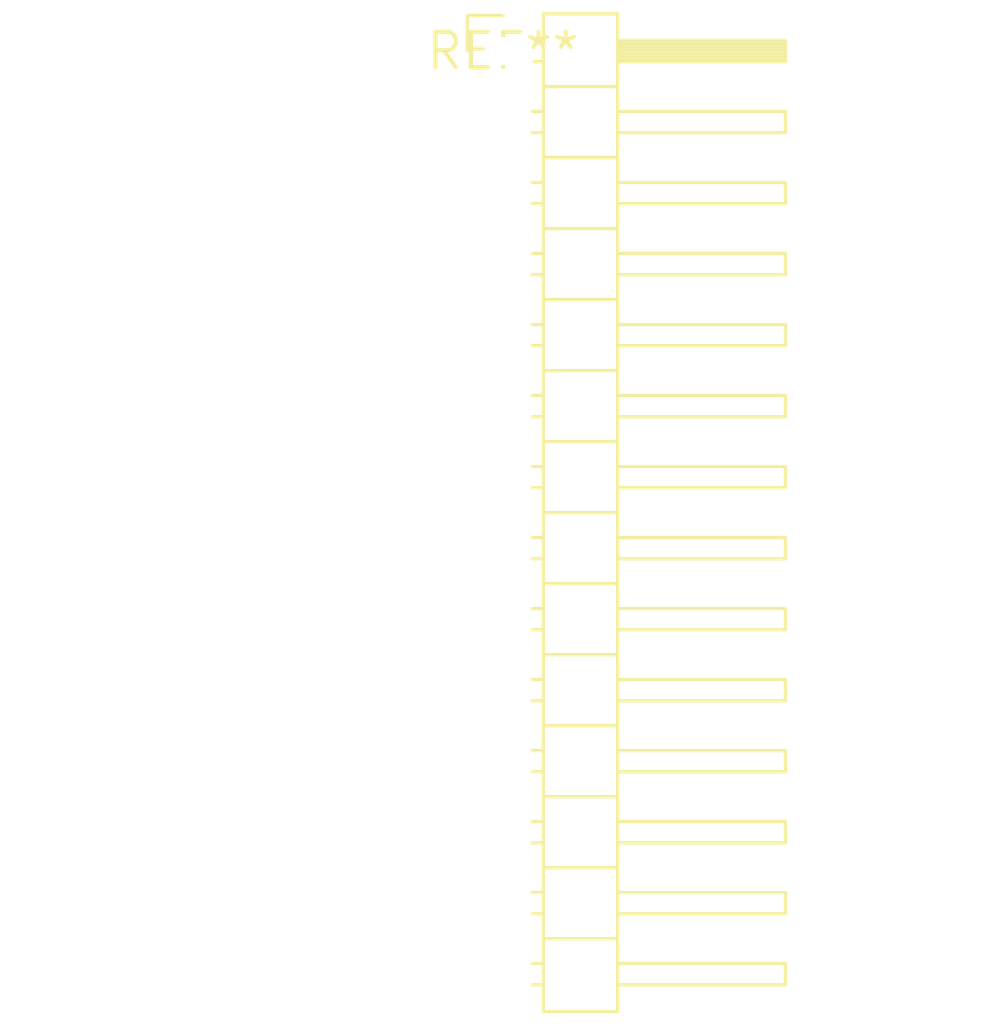
<source format=kicad_pcb>
(kicad_pcb (version 20240108) (generator pcbnew)
  (layers (0 "F.Cu" signal) (31 "B.Cu" signal) (34 "B.Paste" user) (35 "F.Paste" user) (36 "B.SilkS" user "B.Silkscreen") (37 "F.SilkS" user "F.Silkscreen") (38 "B.Mask" user) (39 "F.Mask" user) (44 "Edge.Cuts" user))
  (net 0 "")
  (footprint "PinHeader_1x14_P2.54mm_Horizontal" (layer "F.Cu") (at 0 0)
    (property "Reference" "REF**")
    (property "Value" "PinHeader_1x14_P2.54mm_Horizontal")
    (fp_line (start -1.27 -1.27) (end 0 -1.27) (layer "F.SilkS") (stroke (width 0.12)))
    (fp_line (start -1.27 0) (end -1.27 -1.27) (layer "F.SilkS") (stroke (width 0.12)))
    (fp_line (start 1.042929 2.16) (end 1.44 2.16) (layer "F.SilkS") (stroke (width 0.12)))
    (fp_line (start 1.042929 2.92) (end 1.44 2.92) (layer "F.SilkS") (stroke (width 0.12)))
    (fp_line (start 1.042929 4.7) (end 1.44 4.7) (layer "F.SilkS") (stroke (width 0.12)))
    (fp_line (start 1.042929 5.46) (end 1.44 5.46) (layer "F.SilkS") (stroke (width 0.12)))
    (fp_line (start 1.042929 7.24) (end 1.44 7.24) (layer "F.SilkS") (stroke (width 0.12)))
    (fp_line (start 1.042929 8) (end 1.44 8) (layer "F.SilkS") (stroke (width 0.12)))
    (fp_line (start 1.042929 9.78) (end 1.44 9.78) (layer "F.SilkS") (stroke (width 0.12)))
    (fp_line (start 1.042929 10.54) (end 1.44 10.54) (layer "F.SilkS") (stroke (width 0.12)))
    (fp_line (start 1.042929 12.32) (end 1.44 12.32) (layer "F.SilkS") (stroke (width 0.12)))
    (fp_line (start 1.042929 13.08) (end 1.44 13.08) (layer "F.SilkS") (stroke (width 0.12)))
    (fp_line (start 1.042929 14.86) (end 1.44 14.86) (layer "F.SilkS") (stroke (width 0.12)))
    (fp_line (start 1.042929 15.62) (end 1.44 15.62) (layer "F.SilkS") (stroke (width 0.12)))
    (fp_line (start 1.042929 17.4) (end 1.44 17.4) (layer "F.SilkS") (stroke (width 0.12)))
    (fp_line (start 1.042929 18.16) (end 1.44 18.16) (layer "F.SilkS") (stroke (width 0.12)))
    (fp_line (start 1.042929 19.94) (end 1.44 19.94) (layer "F.SilkS") (stroke (width 0.12)))
    (fp_line (start 1.042929 20.7) (end 1.44 20.7) (layer "F.SilkS") (stroke (width 0.12)))
    (fp_line (start 1.042929 22.48) (end 1.44 22.48) (layer "F.SilkS") (stroke (width 0.12)))
    (fp_line (start 1.042929 23.24) (end 1.44 23.24) (layer "F.SilkS") (stroke (width 0.12)))
    (fp_line (start 1.042929 25.02) (end 1.44 25.02) (layer "F.SilkS") (stroke (width 0.12)))
    (fp_line (start 1.042929 25.78) (end 1.44 25.78) (layer "F.SilkS") (stroke (width 0.12)))
    (fp_line (start 1.042929 27.56) (end 1.44 27.56) (layer "F.SilkS") (stroke (width 0.12)))
    (fp_line (start 1.042929 28.32) (end 1.44 28.32) (layer "F.SilkS") (stroke (width 0.12)))
    (fp_line (start 1.042929 30.1) (end 1.44 30.1) (layer "F.SilkS") (stroke (width 0.12)))
    (fp_line (start 1.042929 30.86) (end 1.44 30.86) (layer "F.SilkS") (stroke (width 0.12)))
    (fp_line (start 1.042929 32.64) (end 1.44 32.64) (layer "F.SilkS") (stroke (width 0.12)))
    (fp_line (start 1.042929 33.4) (end 1.44 33.4) (layer "F.SilkS") (stroke (width 0.12)))
    (fp_line (start 1.11 -0.38) (end 1.44 -0.38) (layer "F.SilkS") (stroke (width 0.12)))
    (fp_line (start 1.11 0.38) (end 1.44 0.38) (layer "F.SilkS") (stroke (width 0.12)))
    (fp_line (start 1.44 -1.33) (end 1.44 34.35) (layer "F.SilkS") (stroke (width 0.12)))
    (fp_line (start 1.44 1.27) (end 4.1 1.27) (layer "F.SilkS") (stroke (width 0.12)))
    (fp_line (start 1.44 3.81) (end 4.1 3.81) (layer "F.SilkS") (stroke (width 0.12)))
    (fp_line (start 1.44 6.35) (end 4.1 6.35) (layer "F.SilkS") (stroke (width 0.12)))
    (fp_line (start 1.44 8.89) (end 4.1 8.89) (layer "F.SilkS") (stroke (width 0.12)))
    (fp_line (start 1.44 11.43) (end 4.1 11.43) (layer "F.SilkS") (stroke (width 0.12)))
    (fp_line (start 1.44 13.97) (end 4.1 13.97) (layer "F.SilkS") (stroke (width 0.12)))
    (fp_line (start 1.44 16.51) (end 4.1 16.51) (layer "F.SilkS") (stroke (width 0.12)))
    (fp_line (start 1.44 19.05) (end 4.1 19.05) (layer "F.SilkS") (stroke (width 0.12)))
    (fp_line (start 1.44 21.59) (end 4.1 21.59) (layer "F.SilkS") (stroke (width 0.12)))
    (fp_line (start 1.44 24.13) (end 4.1 24.13) (layer "F.SilkS") (stroke (width 0.12)))
    (fp_line (start 1.44 26.67) (end 4.1 26.67) (layer "F.SilkS") (stroke (width 0.12)))
    (fp_line (start 1.44 29.21) (end 4.1 29.21) (layer "F.SilkS") (stroke (width 0.12)))
    (fp_line (start 1.44 31.75) (end 4.1 31.75) (layer "F.SilkS") (stroke (width 0.12)))
    (fp_line (start 1.44 34.35) (end 4.1 34.35) (layer "F.SilkS") (stroke (width 0.12)))
    (fp_line (start 4.1 -1.33) (end 1.44 -1.33) (layer "F.SilkS") (stroke (width 0.12)))
    (fp_line (start 4.1 -0.38) (end 10.1 -0.38) (layer "F.SilkS") (stroke (width 0.12)))
    (fp_line (start 4.1 -0.32) (end 10.1 -0.32) (layer "F.SilkS") (stroke (width 0.12)))
    (fp_line (start 4.1 -0.2) (end 10.1 -0.2) (layer "F.SilkS") (stroke (width 0.12)))
    (fp_line (start 4.1 -0.08) (end 10.1 -0.08) (layer "F.SilkS") (stroke (width 0.12)))
    (fp_line (start 4.1 0.04) (end 10.1 0.04) (layer "F.SilkS") (stroke (width 0.12)))
    (fp_line (start 4.1 0.16) (end 10.1 0.16) (layer "F.SilkS") (stroke (width 0.12)))
    (fp_line (start 4.1 0.28) (end 10.1 0.28) (layer "F.SilkS") (stroke (width 0.12)))
    (fp_line (start 4.1 2.16) (end 10.1 2.16) (layer "F.SilkS") (stroke (width 0.12)))
    (fp_line (start 4.1 4.7) (end 10.1 4.7) (layer "F.SilkS") (stroke (width 0.12)))
    (fp_line (start 4.1 7.24) (end 10.1 7.24) (layer "F.SilkS") (stroke (width 0.12)))
    (fp_line (start 4.1 9.78) (end 10.1 9.78) (layer "F.SilkS") (stroke (width 0.12)))
    (fp_line (start 4.1 12.32) (end 10.1 12.32) (layer "F.SilkS") (stroke (width 0.12)))
    (fp_line (start 4.1 14.86) (end 10.1 14.86) (layer "F.SilkS") (stroke (width 0.12)))
    (fp_line (start 4.1 17.4) (end 10.1 17.4) (layer "F.SilkS") (stroke (width 0.12)))
    (fp_line (start 4.1 19.94) (end 10.1 19.94) (layer "F.SilkS") (stroke (width 0.12)))
    (fp_line (start 4.1 22.48) (end 10.1 22.48) (layer "F.SilkS") (stroke (width 0.12)))
    (fp_line (start 4.1 25.02) (end 10.1 25.02) (layer "F.SilkS") (stroke (width 0.12)))
    (fp_line (start 4.1 27.56) (end 10.1 27.56) (layer "F.SilkS") (stroke (width 0.12)))
    (fp_line (start 4.1 30.1) (end 10.1 30.1) (layer "F.SilkS") (stroke (width 0.12)))
    (fp_line (start 4.1 32.64) (end 10.1 32.64) (layer "F.SilkS") (stroke (width 0.12)))
    (fp_line (start 4.1 34.35) (end 4.1 -1.33) (layer "F.SilkS") (stroke (width 0.12)))
    (fp_line (start 10.1 -0.38) (end 10.1 0.38) (layer "F.SilkS") (stroke (width 0.12)))
    (fp_line (start 10.1 0.38) (end 4.1 0.38) (layer "F.SilkS") (stroke (width 0.12)))
    (fp_line (start 10.1 2.16) (end 10.1 2.92) (layer "F.SilkS") (stroke (width 0.12)))
    (fp_line (start 10.1 2.92) (end 4.1 2.92) (layer "F.SilkS") (stroke (width 0.12)))
    (fp_line (start 10.1 4.7) (end 10.1 5.46) (layer "F.SilkS") (stroke (width 0.12)))
    (fp_line (start 10.1 5.46) (end 4.1 5.46) (layer "F.SilkS") (stroke (width 0.12)))
    (fp_line (start 10.1 7.24) (end 10.1 8) (layer "F.SilkS") (stroke (width 0.12)))
    (fp_line (start 10.1 8) (end 4.1 8) (layer "F.SilkS") (stroke (width 0.12)))
    (fp_line (start 10.1 9.78) (end 10.1 10.54) (layer "F.SilkS") (stroke (width 0.12)))
    (fp_line (start 10.1 10.54) (end 4.1 10.54) (layer "F.SilkS") (stroke (width 0.12)))
    (fp_line (start 10.1 12.32) (end 10.1 13.08) (layer "F.SilkS") (stroke (width 0.12)))
    (fp_line (start 10.1 13.08) (end 4.1 13.08) (layer "F.SilkS") (stroke (width 0.12)))
    (fp_line (start 10.1 14.86) (end 10.1 15.62) (layer "F.SilkS") (stroke (width 0.12)))
    (fp_line (start 10.1 15.62) (end 4.1 15.62) (layer "F.SilkS") (stroke (width 0.12)))
    (fp_line (start 10.1 17.4) (end 10.1 18.16) (layer "F.SilkS") (stroke (width 0.12)))
    (fp_line (start 10.1 18.16) (end 4.1 18.16) (layer "F.SilkS") (stroke (width 0.12)))
    (fp_line (start 10.1 19.94) (end 10.1 20.7) (layer "F.SilkS") (stroke (width 0.12)))
    (fp_line (start 10.1 20.7) (end 4.1 20.7) (layer "F.SilkS") (stroke (width 0.12)))
    (fp_line (start 10.1 22.48) (end 10.1 23.24) (layer "F.SilkS") (stroke (width 0.12)))
    (fp_line (start 10.1 23.24) (end 4.1 23.24) (layer "F.SilkS") (stroke (width 0.12)))
    (fp_line (start 10.1 25.02) (end 10.1 25.78) (layer "F.SilkS") (stroke (width 0.12)))
    (fp_line (start 10.1 25.78) (end 4.1 25.78) (layer "F.SilkS") (stroke (width 0.12)))
    (fp_line (start 10.1 27.56) (end 10.1 28.32) (layer "F.SilkS") (stroke (width 0.12)))
    (fp_line (start 10.1 28.32) (end 4.1 28.32) (layer "F.SilkS") (stroke (width 0.12)))
    (fp_line (start 10.1 30.1) (end 10.1 30.86) (layer "F.SilkS") (stroke (width 0.12)))
    (fp_line (start 10.1 30.86) (end 4.1 30.86) (layer "F.SilkS") (stroke (width 0.12)))
    (fp_line (start 10.1 32.64) (end 10.1 33.4) (layer "F.SilkS") (stroke (width 0.12)))
    (fp_line (start 10.1 33.4) (end 4.1 33.4) (layer "F.SilkS") (stroke (width 0.12)))
    (pad "1" thru_hole rect (at 0 0) (size 1.7 1.7) (drill 1) (layers *.Cu *.Mask) (remove_unused_layers))
    (pad "2" thru_hole oval (at 0 2.54) (size 1.7 1.7) (drill 1) (layers *.Cu *.Mask) (remove_unused_layers))
    (pad "3" thru_hole oval (at 0 5.08) (size 1.7 1.7) (drill 1) (layers *.Cu *.Mask) (remove_unused_layers))
    (pad "4" thru_hole oval (at 0 7.62) (size 1.7 1.7) (drill 1) (layers *.Cu *.Mask) (remove_unused_layers))
    (pad "5" thru_hole oval (at 0 10.16) (size 1.7 1.7) (drill 1) (layers *.Cu *.Mask) (remove_unused_layers))
    (pad "6" thru_hole oval (at 0 12.7) (size 1.7 1.7) (drill 1) (layers *.Cu *.Mask) (remove_unused_layers))
    (pad "7" thru_hole oval (at 0 15.24) (size 1.7 1.7) (drill 1) (layers *.Cu *.Mask) (remove_unused_layers))
    (pad "8" thru_hole oval (at 0 17.78) (size 1.7 1.7) (drill 1) (layers *.Cu *.Mask) (remove_unused_layers))
    (pad "9" thru_hole oval (at 0 20.32) (size 1.7 1.7) (drill 1) (layers *.Cu *.Mask) (remove_unused_layers))
    (pad "10" thru_hole oval (at 0 22.86) (size 1.7 1.7) (drill 1) (layers *.Cu *.Mask) (remove_unused_layers))
    (pad "11" thru_hole oval (at 0 25.4) (size 1.7 1.7) (drill 1) (layers *.Cu *.Mask) (remove_unused_layers))
    (pad "12" thru_hole oval (at 0 27.94) (size 1.7 1.7) (drill 1) (layers *.Cu *.Mask) (remove_unused_layers))
    (pad "13" thru_hole oval (at 0 30.48) (size 1.7 1.7) (drill 1) (layers *.Cu *.Mask) (remove_unused_layers))
    (pad "14" thru_hole oval (at 0 33.02) (size 1.7 1.7) (drill 1) (layers *.Cu *.Mask) (remove_unused_layers))
  )
)
</source>
